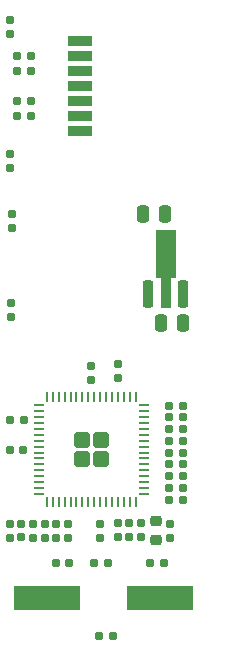
<source format=gbr>
%TF.GenerationSoftware,KiCad,Pcbnew,8.0.3*%
%TF.CreationDate,2024-07-19T14:19:01+01:00*%
%TF.ProjectId,xbox2sata,78626f78-3273-4617-9461-2e6b69636164,0.1*%
%TF.SameCoordinates,Original*%
%TF.FileFunction,Paste,Top*%
%TF.FilePolarity,Positive*%
%FSLAX46Y46*%
G04 Gerber Fmt 4.6, Leading zero omitted, Abs format (unit mm)*
G04 Created by KiCad (PCBNEW 8.0.3) date 2024-07-19 14:19:01*
%MOMM*%
%LPD*%
G01*
G04 APERTURE LIST*
G04 Aperture macros list*
%AMRoundRect*
0 Rectangle with rounded corners*
0 $1 Rounding radius*
0 $2 $3 $4 $5 $6 $7 $8 $9 X,Y pos of 4 corners*
0 Add a 4 corners polygon primitive as box body*
4,1,4,$2,$3,$4,$5,$6,$7,$8,$9,$2,$3,0*
0 Add four circle primitives for the rounded corners*
1,1,$1+$1,$2,$3*
1,1,$1+$1,$4,$5*
1,1,$1+$1,$6,$7*
1,1,$1+$1,$8,$9*
0 Add four rect primitives between the rounded corners*
20,1,$1+$1,$2,$3,$4,$5,0*
20,1,$1+$1,$4,$5,$6,$7,0*
20,1,$1+$1,$6,$7,$8,$9,0*
20,1,$1+$1,$8,$9,$2,$3,0*%
%AMFreePoly0*
4,1,25,0.494205,0.666021,0.523996,0.643161,0.643161,0.523996,0.680391,0.459513,0.685292,0.422283,0.685292,-0.422283,0.666021,-0.494205,0.643161,-0.523996,0.523996,-0.643161,0.459513,-0.680391,0.422283,-0.685292,-0.422283,-0.685292,-0.494205,-0.666021,-0.523996,-0.643161,-0.643161,-0.523996,-0.680391,-0.459513,-0.685292,-0.422283,-0.685292,0.422283,-0.666021,0.494205,-0.643161,0.523996,
-0.523996,0.643161,-0.459513,0.680391,-0.422283,0.685292,0.422283,0.685292,0.494205,0.666021,0.494205,0.666021,$1*%
%AMFreePoly1*
4,1,9,5.362500,-0.866500,1.237500,-0.866500,1.237500,-0.450000,-1.237500,-0.450000,-1.237500,0.450000,1.237500,0.450000,1.237500,0.866500,5.362500,0.866500,5.362500,-0.866500,5.362500,-0.866500,$1*%
G04 Aperture macros list end*
%ADD10RoundRect,0.155000X-0.155000X0.212500X-0.155000X-0.212500X0.155000X-0.212500X0.155000X0.212500X0*%
%ADD11RoundRect,0.062500X-0.062500X-0.350000X0.062500X-0.350000X0.062500X0.350000X-0.062500X0.350000X0*%
%ADD12RoundRect,0.062500X-0.350000X-0.062500X0.350000X-0.062500X0.350000X0.062500X-0.350000X0.062500X0*%
%ADD13FreePoly0,0.000000*%
%ADD14RoundRect,0.155000X-0.212500X-0.155000X0.212500X-0.155000X0.212500X0.155000X-0.212500X0.155000X0*%
%ADD15RoundRect,0.250000X0.250000X0.475000X-0.250000X0.475000X-0.250000X-0.475000X0.250000X-0.475000X0*%
%ADD16RoundRect,0.225000X0.225000X-0.925000X0.225000X0.925000X-0.225000X0.925000X-0.225000X-0.925000X0*%
%ADD17FreePoly1,90.000000*%
%ADD18RoundRect,0.160000X-0.160000X0.197500X-0.160000X-0.197500X0.160000X-0.197500X0.160000X0.197500X0*%
%ADD19R,5.600000X2.100000*%
%ADD20RoundRect,0.160000X0.197500X0.160000X-0.197500X0.160000X-0.197500X-0.160000X0.197500X-0.160000X0*%
%ADD21RoundRect,0.160000X0.160000X-0.197500X0.160000X0.197500X-0.160000X0.197500X-0.160000X-0.197500X0*%
%ADD22RoundRect,0.160000X-0.197500X-0.160000X0.197500X-0.160000X0.197500X0.160000X-0.197500X0.160000X0*%
%ADD23RoundRect,0.250000X-0.250000X-0.475000X0.250000X-0.475000X0.250000X0.475000X-0.250000X0.475000X0*%
%ADD24RoundRect,0.218750X-0.256250X0.218750X-0.256250X-0.218750X0.256250X-0.218750X0.256250X0.218750X0*%
%ADD25RoundRect,0.155000X0.155000X-0.212500X0.155000X0.212500X-0.155000X0.212500X-0.155000X-0.212500X0*%
%ADD26R,2.000000X0.900000*%
%ADD27RoundRect,0.155000X0.212500X0.155000X-0.212500X0.155000X-0.212500X-0.155000X0.212500X-0.155000X0*%
G04 APERTURE END LIST*
D10*
%TO.C,C16*%
X133950000Y-103712500D03*
X133950000Y-104847500D03*
%TD*%
D11*
%TO.C,U5*%
X123517500Y-92962500D03*
X124017500Y-92962500D03*
X124517500Y-92962500D03*
X125017500Y-92962500D03*
X125517500Y-92962500D03*
X126017500Y-92962500D03*
X126517500Y-92962500D03*
X127017500Y-92962500D03*
X127517500Y-92962500D03*
X128017500Y-92962500D03*
X128517500Y-92962500D03*
X129017500Y-92962500D03*
X129517500Y-92962500D03*
X130017500Y-92962500D03*
X130517500Y-92962500D03*
X131017500Y-92962500D03*
D12*
X131705000Y-93650000D03*
X131705000Y-94150000D03*
X131705000Y-94650000D03*
X131705000Y-95150000D03*
X131705000Y-95650000D03*
X131705000Y-96150000D03*
X131705000Y-96650000D03*
X131705000Y-97150000D03*
X131705000Y-97650000D03*
X131705000Y-98150000D03*
X131705000Y-98650000D03*
X131705000Y-99150000D03*
X131705000Y-99650000D03*
X131705000Y-100150000D03*
X131705000Y-100650000D03*
X131705000Y-101150000D03*
D11*
X131017500Y-101837500D03*
X130517500Y-101837500D03*
X130017500Y-101837500D03*
X129517500Y-101837500D03*
X129017500Y-101837500D03*
X128517500Y-101837500D03*
X128017500Y-101837500D03*
X127517500Y-101837500D03*
X127017500Y-101837500D03*
X126517500Y-101837500D03*
X126017500Y-101837500D03*
X125517500Y-101837500D03*
X125017500Y-101837500D03*
X124517500Y-101837500D03*
X124017500Y-101837500D03*
X123517500Y-101837500D03*
D12*
X122830000Y-101150000D03*
X122830000Y-100650000D03*
X122830000Y-100150000D03*
X122830000Y-99650000D03*
X122830000Y-99150000D03*
X122830000Y-98650000D03*
X122830000Y-98150000D03*
X122830000Y-97650000D03*
X122830000Y-97150000D03*
X122830000Y-96650000D03*
X122830000Y-96150000D03*
X122830000Y-95650000D03*
X122830000Y-95150000D03*
X122830000Y-94650000D03*
X122830000Y-94150000D03*
X122830000Y-93650000D03*
D13*
X128057500Y-98190000D03*
X128057500Y-96600000D03*
X126467500Y-98190000D03*
X126467500Y-96600000D03*
%TD*%
D14*
%TO.C,C12*%
X121020000Y-69165000D03*
X122155000Y-69165000D03*
%TD*%
%TO.C,C24*%
X120405000Y-94930000D03*
X121540000Y-94930000D03*
%TD*%
D15*
%TO.C,C18*%
X133540000Y-77470000D03*
X131640000Y-77470000D03*
%TD*%
D16*
%TO.C,U1*%
X132060000Y-84230000D03*
D17*
X133560000Y-84142500D03*
D16*
X135060000Y-84230000D03*
%TD*%
D14*
%TO.C,C21*%
X133882500Y-96656250D03*
X135017500Y-96656250D03*
%TD*%
D18*
%TO.C,R15*%
X122330000Y-103660000D03*
X122330000Y-104855000D03*
%TD*%
D19*
%TO.C,Y1*%
X133060000Y-109991250D03*
X123560000Y-109991250D03*
%TD*%
D14*
%TO.C,C23*%
X133882500Y-94668750D03*
X135017500Y-94668750D03*
%TD*%
D18*
%TO.C,R9*%
X124310000Y-103660000D03*
X124310000Y-104855000D03*
%TD*%
D20*
%TO.C,R22*%
X129115000Y-113148750D03*
X127920000Y-113148750D03*
%TD*%
%TO.C,R19*%
X135067500Y-101665000D03*
X133872500Y-101665000D03*
%TD*%
D14*
%TO.C,C11*%
X121020000Y-67890000D03*
X122155000Y-67890000D03*
%TD*%
D18*
%TO.C,R26*%
X129505000Y-90140000D03*
X129505000Y-91335000D03*
%TD*%
D20*
%TO.C,R24*%
X135067500Y-98653750D03*
X133872500Y-98653750D03*
%TD*%
D21*
%TO.C,R31*%
X120370000Y-104855000D03*
X120370000Y-103660000D03*
%TD*%
D22*
%TO.C,R16*%
X133872500Y-93675000D03*
X135067500Y-93675000D03*
%TD*%
D14*
%TO.C,C26*%
X124292500Y-107030000D03*
X125427500Y-107030000D03*
%TD*%
D21*
%TO.C,R8*%
X120525000Y-78635000D03*
X120525000Y-77440000D03*
%TD*%
D22*
%TO.C,R1*%
X133872500Y-99657500D03*
X135067500Y-99657500D03*
%TD*%
D20*
%TO.C,R18*%
X135067500Y-97650000D03*
X133872500Y-97650000D03*
%TD*%
D18*
%TO.C,R21*%
X120350000Y-61002500D03*
X120350000Y-62197500D03*
%TD*%
D23*
%TO.C,C17*%
X133150000Y-86700000D03*
X135050000Y-86700000D03*
%TD*%
D24*
%TO.C,FB1*%
X132720000Y-103482500D03*
X132720000Y-105057500D03*
%TD*%
D25*
%TO.C,C13*%
X131480000Y-104787500D03*
X131480000Y-103652500D03*
%TD*%
D18*
%TO.C,R12*%
X123320000Y-103660000D03*
X123320000Y-104855000D03*
%TD*%
D21*
%TO.C,R23*%
X128020000Y-104855000D03*
X128020000Y-103660000D03*
%TD*%
%TO.C,R11*%
X120370000Y-73535000D03*
X120370000Y-72340000D03*
%TD*%
D25*
%TO.C,C20*%
X127280000Y-91480000D03*
X127280000Y-90345000D03*
%TD*%
D14*
%TO.C,C9*%
X121020000Y-64090000D03*
X122155000Y-64090000D03*
%TD*%
D22*
%TO.C,R29*%
X133872500Y-95662500D03*
X135067500Y-95662500D03*
%TD*%
D21*
%TO.C,R3*%
X120500000Y-86210000D03*
X120500000Y-85015000D03*
%TD*%
D22*
%TO.C,R28*%
X127482500Y-107040000D03*
X128677500Y-107040000D03*
%TD*%
D14*
%TO.C,C10*%
X121020000Y-65365000D03*
X122155000Y-65365000D03*
%TD*%
D26*
%TO.C,J3*%
X126290000Y-70440000D03*
X126290000Y-69170000D03*
X126290000Y-67900000D03*
X126290000Y-66630000D03*
X126290000Y-65360000D03*
X126290000Y-64090000D03*
X126290000Y-62820000D03*
%TD*%
D27*
%TO.C,C25*%
X133397500Y-106980000D03*
X132262500Y-106980000D03*
%TD*%
D25*
%TO.C,C15*%
X130490000Y-104787500D03*
X130490000Y-103652500D03*
%TD*%
D22*
%TO.C,R27*%
X133872500Y-100661250D03*
X135067500Y-100661250D03*
%TD*%
D14*
%TO.C,C22*%
X120385000Y-97420000D03*
X121520000Y-97420000D03*
%TD*%
D21*
%TO.C,R4*%
X125300000Y-104855000D03*
X125300000Y-103660000D03*
%TD*%
D25*
%TO.C,C19*%
X121350000Y-104805000D03*
X121350000Y-103670000D03*
%TD*%
%TO.C,C14*%
X129500000Y-104787500D03*
X129500000Y-103652500D03*
%TD*%
M02*

</source>
